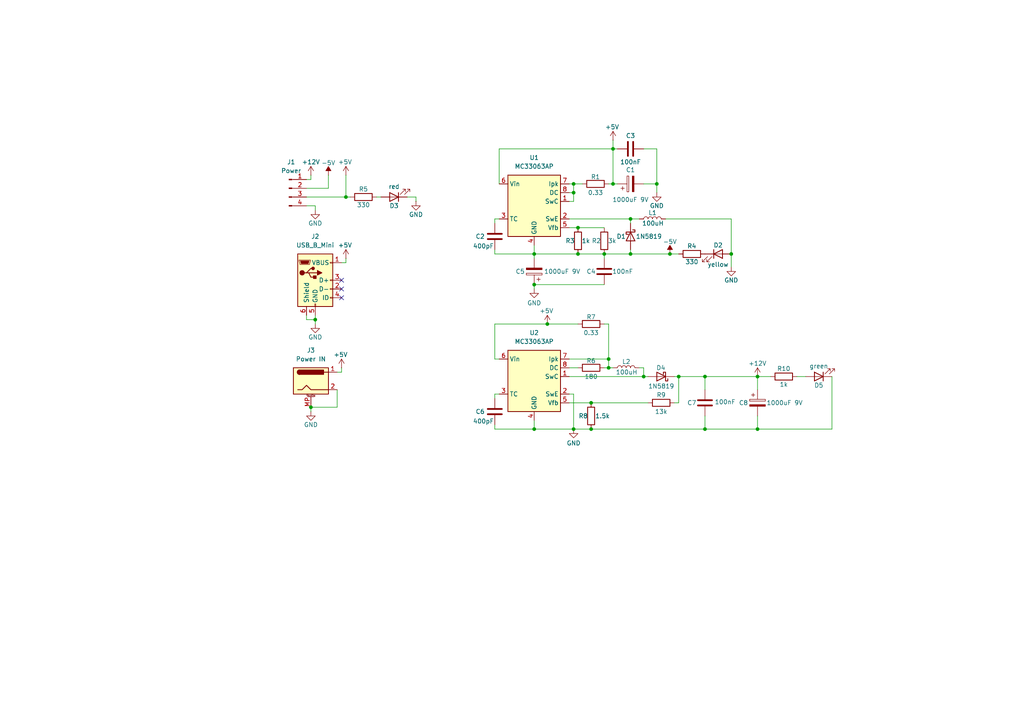
<source format=kicad_sch>
(kicad_sch (version 20231120) (generator "eeschema") (generator_version "8.0")
  (paper "A4")
  (title_block (title "PSU for ut88/rk86") (date "2024-11-01") (rev "1.0") (company "Eugene Chertikhin"))
  (lib_symbols
    (symbol "Connector:Barrel_Jack_MountingPin" (pin_names hide)
      (property "Reference" "J" (at 0 5.334 0))
      (property "Value" "Barrel_Jack_MountingPin" (at 1.27 -6.35 0))
      (symbol "Barrel_Jack_MountingPin_0_1"
        (rectangle (start -5.08 3.81) (end 5.08 -3.81) (stroke (width 0.254)) (fill (type background)))
        (arc (start -3.302 3.175) (mid -3.9343 2.54) (end -3.302 1.905) (stroke (width 0.254)))
        (arc (start -3.302 3.175) (mid -3.9343 2.54) (end -3.302 1.905) (stroke (width 0.254)) (fill (type outline)))
        (polyline (pts (xy 5.08 2.54) (xy 3.81 2.54)) (stroke (width 0.254)))
        (polyline (pts (xy -3.81 -2.54) (xy -2.54 -2.54) (xy -1.27 -1.27) (xy 0 -2.54) (xy 2.54 -2.54) (xy 5.08 -2.54)) (stroke (width 0.254)))
        (rectangle (start 3.683 3.175) (end -3.302 1.905) (stroke (width 0.254)) (fill (type outline)))
      )
      (symbol "Barrel_Jack_MountingPin_1_1"
        (polyline (pts (xy -1.016 -4.572) (xy 1.016 -4.572)) (stroke (width 0.1524)))
        (text "Mounting" (at 0 -4.191 0) (effects (font (size 0.381 0.381))))
        (pin passive line (at 7.62 2.54 180) (length 2.54) (name "~") (number "1"))
        (pin passive line (at 7.62 -2.54 180) (length 2.54) (name "~") (number "2"))
        (pin passive line (at 0 -7.62 90) (length 3.048) (name "MountPin") (number "MP"))
      )
    )
    (symbol "Connector:Conn_01x04_Pin" (pin_names (offset 1.016) hide)
      (property "Reference" "J" (at 0 5.08 0))
      (property "Value" "Conn_01x04_Pin" (at 0 -7.62 0))
      (symbol "Conn_01x04_Pin_1_1"
        (polyline (pts (xy 1.27 -5.08) (xy 0.8636 -5.08)) (stroke (width 0.1524)))
        (polyline (pts (xy 1.27 -2.54) (xy 0.8636 -2.54)) (stroke (width 0.1524)))
        (polyline (pts (xy 1.27 0) (xy 0.8636 0)) (stroke (width 0.1524)))
        (polyline (pts (xy 1.27 2.54) (xy 0.8636 2.54)) (stroke (width 0.1524)))
        (rectangle (start 0.8636 -4.953) (end 0 -5.207) (stroke (width 0.1524)) (fill (type outline)))
        (rectangle (start 0.8636 -2.413) (end 0 -2.667) (stroke (width 0.1524)) (fill (type outline)))
        (rectangle (start 0.8636 0.127) (end 0 -0.127) (stroke (width 0.1524)) (fill (type outline)))
        (rectangle (start 0.8636 2.667) (end 0 2.413) (stroke (width 0.1524)) (fill (type outline)))
        (pin passive line (at 5.08 2.54 180) (length 3.81) (name "Pin_1") (number "1"))
        (pin passive line (at 5.08 0 180) (length 3.81) (name "Pin_2") (number "2"))
        (pin passive line (at 5.08 -2.54 180) (length 3.81) (name "Pin_3") (number "3"))
        (pin passive line (at 5.08 -5.08 180) (length 3.81) (name "Pin_4") (number "4"))
      )
    )
    (symbol "Connector:USB_B_Mini" (pin_names (offset 1.016))
      (property "Reference" "J" (at -5.08 11.43 0))
      (property "Value" "USB_B_Mini" (at -5.08 8.89 0))
      (symbol "USB_B_Mini_0_1"
        (rectangle (start -5.08 -7.62) (end 5.08 7.62) (stroke (width 0.254)) (fill (type background)))
        (circle (center -3.81 2.159) (radius 0.635) (stroke (width 0.254)) (fill (type outline)))
        (circle (center -0.635 3.429) (radius 0.381) (stroke (width 0.254)) (fill (type outline)))
        (rectangle (start -0.127 -7.62) (end 0.127 -6.858))
        (polyline (pts (xy -1.905 2.159) (xy 0.635 2.159)) (stroke (width 0.254)))
        (polyline (pts (xy -3.175 2.159) (xy -2.54 2.159) (xy -1.27 3.429) (xy -0.635 3.429)) (stroke (width 0.254)))
        (polyline (pts (xy -2.54 2.159) (xy -1.905 2.159) (xy -1.27 0.889) (xy 0 0.889)) (stroke (width 0.254)))
        (polyline (pts (xy 0.635 2.794) (xy 0.635 1.524) (xy 1.905 2.159) (xy 0.635 2.794)) (stroke (width 0.254)) (fill (type outline)))
        (polyline (pts (xy -4.318 5.588) (xy -1.778 5.588) (xy -2.032 4.826) (xy -4.064 4.826) (xy -4.318 5.588)) (fill (type outline)))
        (polyline (pts (xy -4.699 5.842) (xy -4.699 5.588) (xy -4.445 4.826) (xy -4.445 4.572) (xy -1.651 4.572) (xy -1.651 4.826) (xy -1.397 5.588) (xy -1.397 5.842) (xy -4.699 5.842)))
        (rectangle (start 0.254 1.27) (end -0.508 0.508) (stroke (width 0.254)) (fill (type outline)))
        (rectangle (start 5.08 -5.207) (end 4.318 -4.953))
        (rectangle (start 5.08 -2.667) (end 4.318 -2.413))
        (rectangle (start 5.08 -0.127) (end 4.318 0.127))
        (rectangle (start 5.08 4.953) (end 4.318 5.207))
      )
      (symbol "USB_B_Mini_1_1"
        (pin power_out line (at 7.62 5.08 180) (length 2.54) (name "VBUS") (number "1"))
        (pin bidirectional line (at 7.62 -2.54 180) (length 2.54) (name "D-") (number "2"))
        (pin bidirectional line (at 7.62 0 180) (length 2.54) (name "D+") (number "3"))
        (pin passive line (at 7.62 -5.08 180) (length 2.54) (name "ID") (number "4"))
        (pin power_out line (at 0 -10.16 90) (length 2.54) (name "GND") (number "5"))
        (pin passive line (at -2.54 -10.16 90) (length 2.54) (name "Shield") (number "6"))
      )
    )
    (symbol "Device:C" (pin_numbers hide) (pin_names (offset 0.254))
      (property "Reference" "C" (at 0.635 2.54 0))
      (property "Value" "C" (at 0.635 -2.54 0))
      (symbol "C_0_1"
        (polyline (pts (xy -2.032 -0.762) (xy 2.032 -0.762)) (stroke (width 0.508)))
        (polyline (pts (xy -2.032 0.762) (xy 2.032 0.762)) (stroke (width 0.508)))
      )
      (symbol "C_1_1"
        (pin passive line (at 0 3.81 270) (length 2.794) (name "~") (number "1"))
        (pin passive line (at 0 -3.81 90) (length 2.794) (name "~") (number "2"))
      )
    )
    (symbol "Device:C_Polarized" (pin_numbers hide) (pin_names (offset 0.254))
      (property "Reference" "C" (at 0.635 2.54 0))
      (property "Value" "C_Polarized" (at 0.635 -2.54 0))
      (symbol "C_Polarized_0_1"
        (rectangle (start -2.286 0.508) (end 2.286 1.016))
        (polyline (pts (xy -1.778 2.286) (xy -0.762 2.286)))
        (polyline (pts (xy -1.27 2.794) (xy -1.27 1.778)))
        (rectangle (start 2.286 -0.508) (end -2.286 -1.016) (fill (type outline)))
      )
      (symbol "C_Polarized_1_1"
        (pin passive line (at 0 3.81 270) (length 2.794) (name "~") (number "1"))
        (pin passive line (at 0 -3.81 90) (length 2.794) (name "~") (number "2"))
      )
    )
    (symbol "Device:L" (pin_numbers hide) (pin_names (offset 1.016) hide)
      (property "Reference" "L" (at -1.27 0 90))
      (property "Value" "L" (at 1.905 0 90))
      (symbol "L_0_1"
        (arc (start 0 -2.54) (mid 0.6323 -1.905) (end 0 -1.27))
        (arc (start 0 -1.27) (mid 0.6323 -0.635) (end 0 0))
        (arc (start 0 0) (mid 0.6323 0.635) (end 0 1.27))
        (arc (start 0 1.27) (mid 0.6323 1.905) (end 0 2.54))
      )
      (symbol "L_1_1"
        (pin passive line (at 0 3.81 270) (length 1.27) (name "1") (number "1"))
        (pin passive line (at 0 -3.81 90) (length 1.27) (name "2") (number "2"))
      )
    )
    (symbol "Device:LED" (pin_numbers hide) (pin_names (offset 1.016) hide)
      (property "Reference" "D" (at 0 2.54 0))
      (property "Value" "LED" (at 0 -2.54 0))
      (symbol "LED_0_1"
        (polyline (pts (xy -1.27 -1.27) (xy -1.27 1.27)) (stroke (width 0.254)))
        (polyline (pts (xy -1.27 0) (xy 1.27 0)))
        (polyline (pts (xy 1.27 -1.27) (xy 1.27 1.27) (xy -1.27 0) (xy 1.27 -1.27)) (stroke (width 0.254)))
        (polyline (pts (xy -3.048 -0.762) (xy -4.572 -2.286) (xy -3.81 -2.286) (xy -4.572 -2.286) (xy -4.572 -1.524)))
        (polyline (pts (xy -1.778 -0.762) (xy -3.302 -2.286) (xy -2.54 -2.286) (xy -3.302 -2.286) (xy -3.302 -1.524)))
      )
      (symbol "LED_1_1"
        (pin passive line (at -3.81 0 0) (length 2.54) (name "K") (number "1"))
        (pin passive line (at 3.81 0 180) (length 2.54) (name "A") (number "2"))
      )
    )
    (symbol "Device:R" (pin_numbers hide) (pin_names (offset 0))
      (property "Reference" "R" (at 2.032 0 90))
      (property "Value" "R" (at 0 0 90))
      (symbol "R_0_1"
        (rectangle (start -1.016 -2.54) (end 1.016 2.54) (stroke (width 0.254)))
      )
      (symbol "R_1_1"
        (pin passive line (at 0 3.81 270) (length 1.27) (name "~") (number "1"))
        (pin passive line (at 0 -3.81 90) (length 1.27) (name "~") (number "2"))
      )
    )
    (symbol "Diode:1N5819" (pin_numbers hide) (pin_names (offset 1.016) hide)
      (property "Reference" "D" (at 0 2.54 0))
      (property "Value" "1N5819" (at 0 -2.54 0))
      (symbol "1N5819_0_1"
        (polyline (pts (xy 1.27 0) (xy -1.27 0)))
        (polyline (pts (xy 1.27 1.27) (xy 1.27 -1.27) (xy -1.27 0) (xy 1.27 1.27)) (stroke (width 0.254)))
        (polyline (pts (xy -1.905 0.635) (xy -1.905 1.27) (xy -1.27 1.27) (xy -1.27 -1.27) (xy -0.635 -1.27) (xy -0.635 -0.635)) (stroke (width 0.254)))
      )
      (symbol "1N5819_1_1"
        (pin passive line (at -3.81 0 0) (length 2.54) (name "K") (number "1"))
        (pin passive line (at 3.81 0 180) (length 2.54) (name "A") (number "2"))
      )
    )
    (symbol "Regulator_Switching:MC33063AP"
      (property "Reference" "U" (at -7.62 8.89 0))
      (property "Value" "MC33063AP" (at 0 8.89 0))
      (symbol "MC33063AP_0_1"
        (rectangle (start -7.62 7.62) (end 7.62 -10.16) (stroke (width 0.254)) (fill (type background)))
      )
      (symbol "MC33063AP_1_1"
        (pin open_collector line (at 10.16 0 180) (length 2.54) (name "SwC") (number "1"))
        (pin open_emitter line (at 10.16 -5.08 180) (length 2.54) (name "SwE") (number "2"))
        (pin passive line (at -10.16 -5.08 0) (length 2.54) (name "TC") (number "3"))
        (pin power_in line (at 0 -12.7 90) (length 2.54) (name "GND") (number "4"))
        (pin input line (at 10.16 -7.62 180) (length 2.54) (name "Vfb") (number "5"))
        (pin power_in line (at -10.16 5.08 0) (length 2.54) (name "Vin") (number "6"))
        (pin input line (at 10.16 5.08 180) (length 2.54) (name "Ipk") (number "7"))
        (pin open_collector line (at 10.16 2.54 180) (length 2.54) (name "DC") (number "8"))
      )
    )
    (symbol "power:+12V" (power) (pin_numbers hide) (pin_names (offset 0) hide)
      (property "Value" "+12V" (at 0 3.556 0))
      (symbol "+12V_0_1"
        (polyline (pts (xy -0.762 1.27) (xy 0 2.54)))
        (polyline (pts (xy 0 0) (xy 0 2.54)))
        (polyline (pts (xy 0 2.54) (xy 0.762 1.27)))
      )
      (symbol "+12V_1_1"
        (pin power_in line (at 0 0 90) (length 0) (name "~") (number "1"))
      )
    )
    (symbol "power:+5V" (power) (pin_numbers hide) (pin_names (offset 0) hide)
      (property "Value" "+5V" (at 0 3.556 0))
      (symbol "+5V_0_1"
        (polyline (pts (xy -0.762 1.27) (xy 0 2.54)))
        (polyline (pts (xy 0 0) (xy 0 2.54)))
        (polyline (pts (xy 0 2.54) (xy 0.762 1.27)))
      )
      (symbol "+5V_1_1"
        (pin power_in line (at 0 0 90) (length 0) (name "~") (number "1"))
      )
    )
    (symbol "power:-5V" (power) (pin_numbers hide) (pin_names (offset 0) hide)
      (property "Value" "-5V" (at 0 3.556 0))
      (symbol "-5V_0_0"
        (pin power_in line (at 0 0 90) (length 0) (name "~") (number "1"))
      )
      (symbol "-5V_0_1"
        (polyline (pts (xy 0 0) (xy 0 1.27) (xy 0.762 1.27) (xy 0 2.54) (xy -0.762 1.27) (xy 0 1.27)) (fill (type outline)))
      )
    )
    (symbol "power:GND" (power) (pin_numbers hide) (pin_names (offset 0) hide)
      (property "Value" "GND" (at 0 -3.81 0))
      (symbol "GND_0_1"
        (polyline (pts (xy 0 0) (xy 0 -1.27) (xy 1.27 -1.27) (xy 0 -2.54) (xy -1.27 -1.27) (xy 0 -1.27)))
      )
      (symbol "GND_1_1"
        (pin power_in line (at 0 0 270) (length 0) (name "~") (number "1"))
      )
    )
  )
  (junction (at 204.47 124.46))
  (junction (at 204.47 109.22))
  (junction (at 166.37 55.88))
  (junction (at 166.37 53.34))
  (junction (at 182.88 63.5))
  (junction (at 166.37 124.46))
  (junction (at 177.8 53.34))
  (junction (at 196.85 109.22))
  (junction (at 154.94 82.55))
  (junction (at 91.44 92.71))
  (junction (at 219.71 109.22))
  (junction (at 90.17 118.11))
  (junction (at 154.94 73.66))
  (junction (at 171.45 124.46))
  (junction (at 158.75 93.98))
  (junction (at 219.71 124.46))
  (junction (at 167.64 73.66))
  (junction (at 171.45 116.84))
  (junction (at 182.88 73.66))
  (junction (at 190.5 53.34))
  (junction (at 177.8 43.18))
  (junction (at 194.31 73.66))
  (junction (at 154.94 124.46))
  (junction (at 167.64 66.04))
  (junction (at 100.33 57.15))
  (junction (at 176.53 106.68))
  (junction (at 212.09 73.66))
  (junction (at 186.69 109.22))
  (junction (at 175.26 73.66))
  (junction (at 176.53 104.14))
  (no_connect (at 99.06 83.82))
  (no_connect (at 99.06 86.36))
  (no_connect (at 99.06 81.28))
  (wire (pts (xy 166.37 58.42) (xy 166.37 55.88)))
  (wire (pts (xy 219.71 109.22) (xy 204.47 109.22)))
  (wire (pts (xy 204.47 120.65) (xy 204.47 124.46)))
  (wire (pts (xy 176.53 93.98) (xy 176.53 104.14)))
  (wire (pts (xy 219.71 109.22) (xy 223.52 109.22)))
  (wire (pts (xy 182.88 72.39) (xy 182.88 73.66)))
  (wire (pts (xy 175.26 73.66) (xy 182.88 73.66)))
  (wire (pts (xy 154.94 124.46) (xy 166.37 124.46)))
  (wire (pts (xy 165.1 114.3) (xy 166.37 114.3)))
  (wire (pts (xy 179.07 43.18) (xy 177.8 43.18)))
  (wire (pts (xy 100.33 50.8) (xy 100.33 57.15)))
  (wire (pts (xy 101.6 57.15) (xy 100.33 57.15)))
  (wire (pts (xy 165.1 55.88) (xy 166.37 55.88)))
  (wire (pts (xy 100.33 76.2) (xy 100.33 74.93)))
  (wire (pts (xy 196.85 109.22) (xy 204.47 109.22)))
  (wire (pts (xy 154.94 71.12) (xy 154.94 73.66)))
  (wire (pts (xy 241.3 124.46) (xy 219.71 124.46)))
  (wire (pts (xy 154.94 82.55) (xy 175.26 82.55)))
  (wire (pts (xy 165.1 104.14) (xy 176.53 104.14)))
  (wire (pts (xy 165.1 53.34) (xy 166.37 53.34)))
  (wire (pts (xy 90.17 52.07) (xy 90.17 50.8)))
  (wire (pts (xy 97.79 107.95) (xy 99.06 107.95)))
  (wire (pts (xy 167.64 93.98) (xy 158.75 93.98)))
  (wire (pts (xy 144.78 43.18) (xy 177.8 43.18)))
  (wire (pts (xy 186.69 109.22) (xy 187.96 109.22)))
  (wire (pts (xy 204.47 109.22) (xy 204.47 113.03)))
  (wire (pts (xy 186.69 106.68) (xy 186.69 109.22)))
  (wire (pts (xy 166.37 114.3) (xy 166.37 124.46)))
  (wire (pts (xy 99.06 107.95) (xy 99.06 106.68)))
  (wire (pts (xy 166.37 124.46) (xy 171.45 124.46)))
  (wire (pts (xy 219.71 113.03) (xy 219.71 109.22)))
  (wire (pts (xy 165.1 63.5) (xy 182.88 63.5)))
  (wire (pts (xy 196.85 116.84) (xy 196.85 109.22)))
  (wire (pts (xy 91.44 59.69) (xy 91.44 60.96)))
  (wire (pts (xy 175.26 73.66) (xy 175.26 74.93)))
  (wire (pts (xy 190.5 43.18) (xy 190.5 53.34)))
  (wire (pts (xy 219.71 124.46) (xy 204.47 124.46)))
  (wire (pts (xy 185.42 106.68) (xy 186.69 106.68)))
  (wire (pts (xy 219.71 120.65) (xy 219.71 124.46)))
  (wire (pts (xy 143.51 93.98) (xy 143.51 104.14)))
  (wire (pts (xy 175.26 73.66) (xy 167.64 73.66)))
  (wire (pts (xy 177.8 40.64) (xy 177.8 43.18)))
  (wire (pts (xy 88.9 52.07) (xy 90.17 52.07)))
  (wire (pts (xy 182.88 63.5) (xy 182.88 64.77)))
  (wire (pts (xy 143.51 64.77) (xy 143.51 63.5)))
  (wire (pts (xy 95.25 50.8) (xy 95.25 54.61)))
  (wire (pts (xy 154.94 82.55) (xy 154.94 83.82)))
  (wire (pts (xy 190.5 53.34) (xy 190.5 55.88)))
  (wire (pts (xy 88.9 59.69) (xy 91.44 59.69)))
  (wire (pts (xy 99.06 76.2) (xy 100.33 76.2)))
  (wire (pts (xy 120.65 57.15) (xy 120.65 58.42)))
  (wire (pts (xy 177.8 43.18) (xy 177.8 53.34)))
  (wire (pts (xy 166.37 55.88) (xy 166.37 53.34)))
  (wire (pts (xy 165.1 58.42) (xy 166.37 58.42)))
  (wire (pts (xy 176.53 106.68) (xy 175.26 106.68)))
  (wire (pts (xy 143.51 72.39) (xy 143.51 73.66)))
  (wire (pts (xy 118.11 57.15) (xy 120.65 57.15)))
  (wire (pts (xy 144.78 114.3) (xy 143.51 114.3)))
  (wire (pts (xy 196.85 73.66) (xy 194.31 73.66)))
  (wire (pts (xy 91.44 91.44) (xy 91.44 92.71)))
  (wire (pts (xy 143.51 123.19) (xy 143.51 124.46)))
  (wire (pts (xy 143.51 63.5) (xy 144.78 63.5)))
  (wire (pts (xy 231.14 109.22) (xy 233.68 109.22)))
  (wire (pts (xy 166.37 53.34) (xy 168.91 53.34)))
  (wire (pts (xy 154.94 73.66) (xy 154.94 74.93)))
  (wire (pts (xy 175.26 93.98) (xy 176.53 93.98)))
  (wire (pts (xy 88.9 57.15) (xy 100.33 57.15)))
  (wire (pts (xy 167.64 66.04) (xy 175.26 66.04)))
  (wire (pts (xy 186.69 53.34) (xy 190.5 53.34)))
  (wire (pts (xy 144.78 53.34) (xy 144.78 43.18)))
  (wire (pts (xy 182.88 63.5) (xy 185.42 63.5)))
  (wire (pts (xy 212.09 63.5) (xy 193.04 63.5)))
  (wire (pts (xy 176.53 104.14) (xy 176.53 106.68)))
  (wire (pts (xy 143.51 73.66) (xy 154.94 73.66)))
  (wire (pts (xy 212.09 77.47) (xy 212.09 73.66)))
  (wire (pts (xy 241.3 109.22) (xy 241.3 124.46)))
  (wire (pts (xy 143.51 104.14) (xy 144.78 104.14)))
  (wire (pts (xy 158.75 93.98) (xy 143.51 93.98)))
  (wire (pts (xy 154.94 73.66) (xy 167.64 73.66)))
  (wire (pts (xy 88.9 92.71) (xy 91.44 92.71)))
  (wire (pts (xy 195.58 116.84) (xy 196.85 116.84)))
  (wire (pts (xy 212.09 73.66) (xy 212.09 63.5)))
  (wire (pts (xy 143.51 114.3) (xy 143.51 115.57)))
  (wire (pts (xy 109.22 57.15) (xy 110.49 57.15)))
  (wire (pts (xy 186.69 43.18) (xy 190.5 43.18)))
  (wire (pts (xy 171.45 116.84) (xy 187.96 116.84)))
  (wire (pts (xy 165.1 106.68) (xy 167.64 106.68)))
  (wire (pts (xy 90.17 118.11) (xy 90.17 119.38)))
  (wire (pts (xy 177.8 53.34) (xy 176.53 53.34)))
  (wire (pts (xy 88.9 91.44) (xy 88.9 92.71)))
  (wire (pts (xy 179.07 53.34) (xy 177.8 53.34)))
  (wire (pts (xy 88.9 54.61) (xy 95.25 54.61)))
  (wire (pts (xy 91.44 93.98) (xy 91.44 92.71)))
  (wire (pts (xy 97.79 118.11) (xy 90.17 118.11)))
  (wire (pts (xy 204.47 124.46) (xy 171.45 124.46)))
  (wire (pts (xy 176.53 106.68) (xy 177.8 106.68)))
  (wire (pts (xy 97.79 113.03) (xy 97.79 118.11)))
  (wire (pts (xy 165.1 116.84) (xy 171.45 116.84)))
  (wire (pts (xy 165.1 109.22) (xy 186.69 109.22)))
  (wire (pts (xy 194.31 73.66) (xy 182.88 73.66)))
  (wire (pts (xy 195.58 109.22) (xy 196.85 109.22)))
  (wire (pts (xy 143.51 124.46) (xy 154.94 124.46)))
  (wire (pts (xy 154.94 121.92) (xy 154.94 124.46)))
  (wire (pts (xy 165.1 66.04) (xy 167.64 66.04)))
  (symbol (lib_id "Device:R") (at 227.33 109.22 90) (unit 1)
    (property "Reference" "R10" (at 227.33 106.934 90))
    (property "Value" "1k" (at 227.33 111.506 90))
    (property "Footprint" "Resistor_THT:R_Axial_DIN0204_L3.6mm_D1.6mm_P5.08mm_Horizontal" (effects (hide yes)))
    (property "Description" "Resistor" (effects (hide yes)))
  )
  (symbol (lib_id "power:+12V") (at 90.17 50.8 0) (unit 1)
    (property "Reference" "#PWR09" (effects (hide yes)))
    (property "Value" "+12V" (at 90.17 46.99 0))
    (property "Description" "Power symbol creates a global label with name \"+12V\"" (effects (hide yes)))
  )
  (symbol (lib_id "power:+5V") (at 100.33 74.93 0) (unit 1)
    (property "Reference" "#PWR010" (effects (hide yes)))
    (property "Value" "+5V" (at 100.076 71.12 0))
    (property "Description" "Power symbol creates a global label with name \"+5V\"" (effects (hide yes)))
  )
  (symbol (lib_id "Device:LED") (at 208.28 73.66 0) (unit 1)
    (property "Reference" "D2" (at 208.28 71.12 0))
    (property "Value" "yellow" (at 208.28 76.708 0))
    (property "Footprint" "LED_THT:LED_D3.0mm" (effects (hide yes)))
    (property "Description" "Light emitting diode" (effects (hide yes)))
  )
  (symbol (lib_id "Device:LED") (at 237.49 109.22 180) (unit 1)
    (property "Reference" "D5" (at 237.49 111.76 0))
    (property "Value" "green" (at 237.49 106.172 0))
    (property "Footprint" "LED_THT:LED_D3.0mm" (effects (hide yes)))
    (property "Description" "Light emitting diode" (effects (hide yes)))
  )
  (symbol (lib_id "power:GND") (at 120.65 58.42 0) (unit 1)
    (property "Reference" "#PWR014" (effects (hide yes)))
    (property "Value" "GND" (at 120.65 62.23 0))
    (property "Description" "Power symbol creates a global label with name \"GND\" , ground" (effects (hide yes)))
  )
  (symbol (lib_id "power:-5V") (at 194.31 73.66 0) (unit 1)
    (property "Reference" "#PWR05" (effects (hide yes)))
    (property "Value" "-5V" (at 194.31 70.104 0))
    (property "Description" "Power symbol creates a global label with name \"-5V\"" (effects (hide yes)))
  )
  (symbol (lib_id "Regulator_Switching:MC33063AP") (at 154.94 109.22 0) (unit 1)
    (property "Reference" "U2" (at 154.94 96.52 0))
    (property "Value" "MC33063AP" (at 154.94 99.06 0))
    (property "Footprint" "Package_DIP:DIP-8_W7.62mm" (effects (hide yes)))
    (property "Datasheet" "http://www.onsemi.com/pub_link/Collateral/MC34063A-D.PDF" (effects (hide yes)))
    (property "Description" "1.5A, step-up/down/inverting switching regulator, 3-40V Vin, 100kHz, DIP-8" (effects (hide yes)))
  )
  (symbol (lib_id "Regulator_Switching:MC33063AP") (at 154.94 58.42 0) (unit 1)
    (property "Reference" "U1" (at 154.94 45.72 0))
    (property "Value" "MC33063AP" (at 154.94 48.26 0))
    (property "Footprint" "Package_DIP:DIP-8_W7.62mm" (effects (hide yes)))
    (property "Datasheet" "http://www.onsemi.com/pub_link/Collateral/MC34063A-D.PDF" (effects (hide yes)))
    (property "Description" "1.5A, step-up/down/inverting switching regulator, 3-40V Vin, 100kHz, DIP-8" (effects (hide yes)))
  )
  (symbol (lib_id "Device:R") (at 167.64 69.85 180) (unit 1)
    (property "Reference" "R3" (at 165.354 69.85 0))
    (property "Value" "1k" (at 169.926 69.85 0))
    (property "Footprint" "Resistor_THT:R_Axial_DIN0204_L3.6mm_D1.6mm_P5.08mm_Horizontal" (effects (hide yes)))
    (property "Description" "Resistor" (effects (hide yes)))
  )
  (symbol (lib_id "Device:C") (at 175.26 78.74 180) (unit 1)
    (property "Reference" "C4" (at 171.45 78.74 0))
    (property "Value" "100nF" (at 180.594 78.74 0))
    (property "Footprint" "Capacitor_THT:C_Disc_D3.0mm_W1.6mm_P2.50mm" (effects (hide yes)))
    (property "Description" "Unpolarized capacitor" (effects (hide yes)))
  )
  (symbol (lib_id "Device:R") (at 105.41 57.15 90) (unit 1)
    (property "Reference" "R5" (at 105.41 54.864 90))
    (property "Value" "330" (at 105.41 59.436 90))
    (property "Footprint" "Resistor_THT:R_Axial_DIN0204_L3.6mm_D1.6mm_P5.08mm_Horizontal" (effects (hide yes)))
    (property "Description" "Resistor" (effects (hide yes)))
  )
  (symbol (lib_id "Connector:Conn_01x04_Pin") (at 83.82 54.61 0) (unit 1)
    (property "Reference" "J1" (at 84.455 46.99 0))
    (property "Value" "Power" (at 84.455 49.53 0))
    (property "Footprint" "Connector_Samtec_HPM_THT:Samtec_HPM-04-01-x-S_Straight_1x04_Pitch5.08mm" (effects (hide yes)))
    (property "Description" "Generic connector, single row, 01x04, script generated" (effects (hide yes)))
  )
  (symbol (lib_id "Device:L") (at 181.61 106.68 90) (unit 1)
    (property "Reference" "L2" (at 182.88 104.902 90) (effects (justify left)))
    (property "Value" "100uH" (at 184.912 107.95 90) (effects (justify left)))
    (property "Footprint" "Inductor_THT:L_Axial_L14.0mm_D4.5mm_P15.24mm_Horizontal_Fastron_LACC" (effects (hide yes)))
    (property "Description" "Inductor" (effects (hide yes)))
  )
  (symbol (lib_id "Device:LED") (at 114.3 57.15 180) (unit 1)
    (property "Reference" "D3" (at 114.3 59.69 0))
    (property "Value" "red" (at 114.3 54.102 0))
    (property "Footprint" "LED_THT:LED_D3.0mm" (effects (hide yes)))
    (property "Description" "Light emitting diode" (effects (hide yes)))
  )
  (symbol (lib_id "Device:R") (at 191.77 116.84 90) (unit 1)
    (property "Reference" "R9" (at 191.77 114.554 90))
    (property "Value" "13k" (at 191.77 119.38 90))
    (property "Footprint" "Resistor_THT:R_Axial_DIN0204_L3.6mm_D1.6mm_P5.08mm_Horizontal" (effects (hide yes)))
    (property "Description" "Resistor" (effects (hide yes)))
  )
  (symbol (lib_id "Diode:1N5819") (at 191.77 109.22 180) (unit 1)
    (property "Reference" "D4" (at 193.04 106.68 0) (effects (justify left)))
    (property "Value" "1N5819" (at 195.58 112.014 0) (effects (justify left)))
    (property "Footprint" "Diode_THT:D_DO-41_SOD81_P10.16mm_Horizontal" (effects (hide yes)))
    (property "Datasheet" "http://www.vishay.com/docs/88525/1n5817.pdf" (effects (hide yes)))
    (property "Description" "40V 1A Schottky Barrier Rectifier Diode, DO-41" (effects (hide yes)))
  )
  (symbol (lib_id "power:GND") (at 166.37 124.46 0) (unit 1)
    (property "Reference" "#PWR015" (effects (hide yes)))
    (property "Value" "GND" (at 166.37 128.524 0))
    (property "Description" "Power symbol creates a global label with name \"GND\" , ground" (effects (hide yes)))
  )
  (symbol (lib_id "Device:L") (at 189.23 63.5 90) (unit 1)
    (property "Reference" "L1" (at 190.5 61.722 90) (effects (justify left)))
    (property "Value" "100uH" (at 192.532 64.77 90) (effects (justify left)))
    (property "Footprint" "Inductor_THT:L_Axial_L14.0mm_D4.5mm_P15.24mm_Horizontal_Fastron_LACC" (effects (hide yes)))
    (property "Description" "Inductor" (effects (hide yes)))
  )
  (symbol (lib_id "power:-5V") (at 95.25 50.8 0) (unit 1)
    (property "Reference" "#PWR07" (effects (hide yes)))
    (property "Value" "-5V" (at 95.25 47.244 0))
    (property "Description" "Power symbol creates a global label with name \"-5V\"" (effects (hide yes)))
  )
  (symbol (lib_id "power:GND") (at 190.5 55.88 0) (unit 1)
    (property "Reference" "#PWR02" (effects (hide yes)))
    (property "Value" "GND" (at 190.5 59.69 0))
    (property "Description" "Power symbol creates a global label with name \"GND\" , ground" (effects (hide yes)))
  )
  (symbol (lib_id "power:+5V") (at 100.33 50.8 0) (unit 1)
    (property "Reference" "#PWR08" (effects (hide yes)))
    (property "Value" "+5V" (at 100.076 46.99 0))
    (property "Description" "Power symbol creates a global label with name \"+5V\"" (effects (hide yes)))
  )
  (symbol (lib_id "power:GND") (at 212.09 77.47 0) (unit 1)
    (property "Reference" "#PWR04" (effects (hide yes)))
    (property "Value" "GND" (at 212.09 81.28 0))
    (property "Description" "Power symbol creates a global label with name \"GND\" , ground" (effects (hide yes)))
  )
  (symbol (lib_id "Device:C") (at 143.51 68.58 0) (unit 1)
    (property "Reference" "C2" (at 137.922 68.58 0) (effects (justify left)))
    (property "Value" "400pF" (at 137.16 71.374 0) (effects (justify left)))
    (property "Footprint" "Capacitor_THT:C_Disc_D3.0mm_W1.6mm_P2.50mm" (effects (hide yes)))
    (property "Description" "Unpolarized capacitor" (effects (hide yes)))
  )
  (symbol (lib_id "Device:C_Polarized") (at 219.71 116.84 0) (unit 1)
    (property "Reference" "C8" (at 215.646 116.84 0))
    (property "Value" "1000uF 9V" (at 227.584 116.84 0))
    (property "Footprint" "Capacitor_THT:CP_Radial_D8.0mm_P3.50mm" (effects (hide yes)))
    (property "Description" "Polarized capacitor" (effects (hide yes)))
  )
  (symbol (lib_id "power:GND") (at 90.17 119.38 0) (unit 1)
    (property "Reference" "#PWR013" (effects (hide yes)))
    (property "Value" "GND" (at 90.17 123.19 0))
    (property "Description" "Power symbol creates a global label with name \"GND\" , ground" (effects (hide yes)))
  )
  (symbol (lib_id "Device:R") (at 172.72 53.34 90) (unit 1)
    (property "Reference" "R1" (at 172.72 51.308 90))
    (property "Value" "0.33" (at 172.72 55.88 90))
    (property "Footprint" "Resistor_THT:R_Axial_DIN0204_L3.6mm_D1.6mm_P5.08mm_Horizontal" (effects (hide yes)))
    (property "Description" "Resistor" (effects (hide yes)))
  )
  (symbol (lib_id "Device:R") (at 200.66 73.66 90) (unit 1)
    (property "Reference" "R4" (at 200.66 71.374 90))
    (property "Value" "330" (at 200.66 75.946 90))
    (property "Footprint" "Resistor_THT:R_Axial_DIN0204_L3.6mm_D1.6mm_P5.08mm_Horizontal" (effects (hide yes)))
    (property "Description" "Resistor" (effects (hide yes)))
  )
  (symbol (lib_id "Device:C") (at 182.88 43.18 90) (unit 1)
    (property "Reference" "C3" (at 182.88 39.37 90))
    (property "Value" "100nF" (at 182.88 46.99 90))
    (property "Footprint" "Capacitor_THT:C_Disc_D3.0mm_W1.6mm_P2.50mm" (effects (hide yes)))
    (property "Description" "Unpolarized capacitor" (effects (hide yes)))
  )
  (symbol (lib_id "Device:R") (at 171.45 93.98 90) (unit 1)
    (property "Reference" "R7" (at 171.45 91.948 90))
    (property "Value" "0.33" (at 171.45 96.52 90))
    (property "Footprint" "Resistor_THT:R_Axial_DIN0204_L3.6mm_D1.6mm_P5.08mm_Horizontal" (effects (hide yes)))
    (property "Description" "Resistor" (effects (hide yes)))
  )
  (symbol (lib_id "Device:R") (at 175.26 69.85 180) (unit 1)
    (property "Reference" "R2" (at 172.974 69.85 0))
    (property "Value" "3k" (at 177.546 69.85 0))
    (property "Footprint" "Resistor_THT:R_Axial_DIN0204_L3.6mm_D1.6mm_P5.08mm_Horizontal" (effects (hide yes)))
    (property "Description" "Resistor" (effects (hide yes)))
  )
  (symbol (lib_id "Device:R") (at 171.45 106.68 90) (unit 1)
    (property "Reference" "R6" (at 171.45 104.648 90))
    (property "Value" "180" (at 171.45 109.22 90))
    (property "Footprint" "Resistor_THT:R_Axial_DIN0204_L3.6mm_D1.6mm_P5.08mm_Horizontal" (effects (hide yes)))
    (property "Description" "Resistor" (effects (hide yes)))
  )
  (symbol (lib_id "power:GND") (at 91.44 93.98 0) (unit 1)
    (property "Reference" "#PWR011" (effects (hide yes)))
    (property "Value" "GND" (at 91.44 97.79 0))
    (property "Description" "Power symbol creates a global label with name \"GND\" , ground" (effects (hide yes)))
  )
  (symbol (lib_id "Device:C") (at 143.51 119.38 0) (unit 1)
    (property "Reference" "C6" (at 137.922 119.38 0) (effects (justify left)))
    (property "Value" "400pF" (at 137.16 122.174 0) (effects (justify left)))
    (property "Footprint" "Capacitor_THT:C_Disc_D3.0mm_W1.6mm_P2.50mm" (effects (hide yes)))
    (property "Description" "Unpolarized capacitor" (effects (hide yes)))
  )
  (symbol (lib_id "Device:C_Polarized") (at 182.88 53.34 90) (unit 1)
    (property "Reference" "C1" (at 182.88 49.276 90))
    (property "Value" "1000uF 9V" (at 182.88 57.912 90))
    (property "Footprint" "Capacitor_THT:CP_Radial_D8.0mm_P3.50mm" (effects (hide yes)))
    (property "Description" "Polarized capacitor" (effects (hide yes)))
  )
  (symbol (lib_id "power:GND") (at 154.94 83.82 0) (unit 1)
    (property "Reference" "#PWR01" (effects (hide yes)))
    (property "Value" "GND" (at 154.94 87.884 0))
    (property "Description" "Power symbol creates a global label with name \"GND\" , ground" (effects (hide yes)))
  )
  (symbol (lib_id "power:+5V") (at 99.06 106.68 0) (unit 1)
    (property "Reference" "#PWR012" (effects (hide yes)))
    (property "Value" "+5V" (at 98.806 102.87 0))
    (property "Description" "Power symbol creates a global label with name \"+5V\"" (effects (hide yes)))
  )
  (symbol (lib_id "Device:R") (at 171.45 120.65 180) (unit 1)
    (property "Reference" "R8" (at 169.164 120.65 0))
    (property "Value" "1.5k" (at 174.752 120.65 0))
    (property "Footprint" "Resistor_THT:R_Axial_DIN0204_L3.6mm_D1.6mm_P5.08mm_Horizontal" (effects (hide yes)))
    (property "Description" "Resistor" (effects (hide yes)))
  )
  (symbol (lib_id "power:+5V") (at 158.75 93.98 0) (unit 1)
    (property "Reference" "#PWR016" (effects (hide yes)))
    (property "Value" "+5V" (at 158.496 90.17 0))
    (property "Description" "Power symbol creates a global label with name \"+5V\"" (effects (hide yes)))
  )
  (symbol (lib_id "Device:C_Polarized") (at 154.94 78.74 180) (unit 1)
    (property "Reference" "C5" (at 150.876 78.74 0))
    (property "Value" "1000uF 9V" (at 163.068 78.74 0))
    (property "Footprint" "Capacitor_THT:CP_Radial_D8.0mm_P3.50mm" (effects (hide yes)))
    (property "Description" "Polarized capacitor" (effects (hide yes)))
  )
  (symbol (lib_id "power:GND") (at 91.44 60.96 0) (unit 1)
    (property "Reference" "#PWR06" (effects (hide yes)))
    (property "Value" "GND" (at 91.44 64.77 0))
    (property "Description" "Power symbol creates a global label with name \"GND\" , ground" (effects (hide yes)))
  )
  (symbol (lib_id "power:+5V") (at 177.8 40.64 0) (unit 1)
    (property "Reference" "#PWR03" (effects (hide yes)))
    (property "Value" "+5V" (at 177.546 36.83 0))
    (property "Description" "Power symbol creates a global label with name \"+5V\"" (effects (hide yes)))
  )
  (symbol (lib_id "Connector:Barrel_Jack_MountingPin") (at 90.17 110.49 0) (unit 1)
    (property "Reference" "J3" (at 90.17 101.6 0))
    (property "Value" "Power IN" (at 90.17 104.14 0))
    (property "Footprint" "Connector_BarrelJack:BarrelJack_CUI_PJ-102AH_Horizontal" (effects (hide yes)))
    (property "Description" "DC Barrel Jack with a mounting pin" (effects (hide yes)))
  )
  (symbol (lib_id "power:+12V") (at 219.71 109.22 0) (unit 1)
    (property "Reference" "#PWR017" (effects (hide yes)))
    (property "Value" "+12V" (at 219.71 105.41 0))
    (property "Description" "Power symbol creates a global label with name \"+12V\"" (effects (hide yes)))
  )
  (symbol (lib_id "Diode:1N5819") (at 182.88 68.58 270) (unit 1)
    (property "Reference" "D1" (at 178.816 68.58 90) (effects (justify left)))
    (property "Value" "1N5819" (at 184.404 68.58 90) (effects (justify left)))
    (property "Footprint" "Diode_THT:D_DO-41_SOD81_P10.16mm_Horizontal" (effects (hide yes)))
    (property "Datasheet" "http://www.vishay.com/docs/88525/1n5817.pdf" (effects (hide yes)))
    (property "Description" "40V 1A Schottky Barrier Rectifier Diode, DO-41" (effects (hide yes)))
  )
  (symbol (lib_id "Device:C") (at 204.47 116.84 180) (unit 1)
    (property "Reference" "C7" (at 200.66 116.84 0))
    (property "Value" "100nF" (at 210.312 116.586 0))
    (property "Footprint" "Capacitor_THT:C_Disc_D3.0mm_W1.6mm_P2.50mm" (effects (hide yes)))
    (property "Description" "Unpolarized capacitor" (effects (hide yes)))
  )
  (symbol (lib_id "Connector:USB_B_Mini") (at 91.44 81.28 0) (unit 1)
    (property "Reference" "J2" (at 91.44 68.58 0))
    (property "Value" "USB_B_Mini" (at 91.44 71.12 0))
    (property "Footprint" "Connector_USB:USB_Micro-AB_Molex_47590-0001" (effects (hide yes)))
    (property "Description" "USB Mini Type B connector" (effects (hide yes)))
  )
)
</source>
